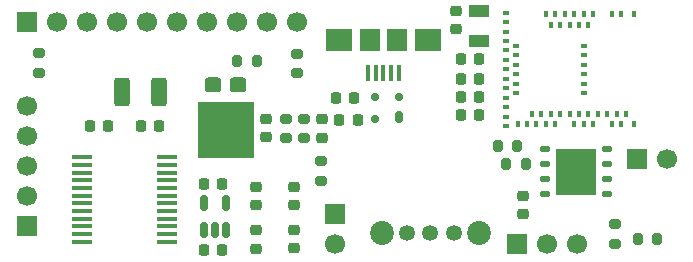
<source format=gts>
G04 #@! TF.GenerationSoftware,KiCad,Pcbnew,9.0.2*
G04 #@! TF.CreationDate,2025-06-19T13:18:12-04:00*
G04 #@! TF.ProjectId,farlock3,6661726c-6f63-46b3-932e-6b696361645f,v02*
G04 #@! TF.SameCoordinates,Original*
G04 #@! TF.FileFunction,Soldermask,Top*
G04 #@! TF.FilePolarity,Negative*
%FSLAX46Y46*%
G04 Gerber Fmt 4.6, Leading zero omitted, Abs format (unit mm)*
G04 Created by KiCad (PCBNEW 9.0.2) date 2025-06-19 13:18:12*
%MOMM*%
%LPD*%
G01*
G04 APERTURE LIST*
G04 Aperture macros list*
%AMRoundRect*
0 Rectangle with rounded corners*
0 $1 Rounding radius*
0 $2 $3 $4 $5 $6 $7 $8 $9 X,Y pos of 4 corners*
0 Add a 4 corners polygon primitive as box body*
4,1,4,$2,$3,$4,$5,$6,$7,$8,$9,$2,$3,0*
0 Add four circle primitives for the rounded corners*
1,1,$1+$1,$2,$3*
1,1,$1+$1,$4,$5*
1,1,$1+$1,$6,$7*
1,1,$1+$1,$8,$9*
0 Add four rect primitives between the rounded corners*
20,1,$1+$1,$2,$3,$4,$5,0*
20,1,$1+$1,$4,$5,$6,$7,0*
20,1,$1+$1,$6,$7,$8,$9,0*
20,1,$1+$1,$8,$9,$2,$3,0*%
G04 Aperture macros list end*
%ADD10C,1.700000*%
%ADD11R,1.700000X1.700000*%
%ADD12R,2.300000X1.900000*%
%ADD13R,1.800000X1.900000*%
%ADD14R,0.400000X1.400000*%
%ADD15R,0.400000X0.600000*%
%ADD16R,0.600000X0.400000*%
%ADD17RoundRect,0.317500X-0.382500X-0.317500X0.382500X-0.317500X0.382500X0.317500X-0.382500X0.317500X0*%
%ADD18R,4.800000X4.720000*%
%ADD19RoundRect,0.225000X-0.225000X-0.250000X0.225000X-0.250000X0.225000X0.250000X-0.225000X0.250000X0*%
%ADD20C,1.350000*%
%ADD21C,2.025000*%
%ADD22RoundRect,0.218750X0.256250X-0.218750X0.256250X0.218750X-0.256250X0.218750X-0.256250X-0.218750X0*%
%ADD23RoundRect,0.200000X0.275000X-0.200000X0.275000X0.200000X-0.275000X0.200000X-0.275000X-0.200000X0*%
%ADD24R,3.400000X4.000000*%
%ADD25RoundRect,0.125000X0.262500X0.125000X-0.262500X0.125000X-0.262500X-0.125000X0.262500X-0.125000X0*%
%ADD26RoundRect,0.150000X0.150000X-0.512500X0.150000X0.512500X-0.150000X0.512500X-0.150000X-0.512500X0*%
%ADD27RoundRect,0.225000X0.225000X0.250000X-0.225000X0.250000X-0.225000X-0.250000X0.225000X-0.250000X0*%
%ADD28R,1.800000X1.000000*%
%ADD29RoundRect,0.200000X-0.200000X-0.275000X0.200000X-0.275000X0.200000X0.275000X-0.200000X0.275000X0*%
%ADD30RoundRect,0.200000X-0.275000X0.200000X-0.275000X-0.200000X0.275000X-0.200000X0.275000X0.200000X0*%
%ADD31RoundRect,0.250000X0.420000X0.945000X-0.420000X0.945000X-0.420000X-0.945000X0.420000X-0.945000X0*%
%ADD32R,1.750000X0.450000*%
%ADD33RoundRect,0.225000X-0.250000X0.225000X-0.250000X-0.225000X0.250000X-0.225000X0.250000X0.225000X0*%
%ADD34RoundRect,0.200000X0.200000X0.275000X-0.200000X0.275000X-0.200000X-0.275000X0.200000X-0.275000X0*%
%ADD35RoundRect,0.225000X0.250000X-0.225000X0.250000X0.225000X-0.250000X0.225000X-0.250000X-0.225000X0*%
%ADD36RoundRect,0.150000X0.200000X0.150000X-0.200000X0.150000X-0.200000X-0.150000X0.200000X-0.150000X0*%
%ADD37RoundRect,0.175000X0.175000X0.325000X-0.175000X0.325000X-0.175000X-0.325000X0.175000X-0.325000X0*%
G04 APERTURE END LIST*
D10*
X151190000Y-76860000D03*
X148650000Y-76860000D03*
X146110000Y-76860000D03*
X143570000Y-76860000D03*
X141030000Y-76860000D03*
X138490000Y-76860000D03*
X135950000Y-76860000D03*
X133410000Y-76860000D03*
X130870000Y-76860000D03*
D11*
X128330000Y-76860000D03*
D12*
X154800000Y-78350000D03*
D13*
X157400000Y-78350000D03*
X159700000Y-78350000D03*
D12*
X162300000Y-78350000D03*
D14*
X157250000Y-81200000D03*
X157900000Y-81200000D03*
X158550000Y-81200000D03*
X159200000Y-81200000D03*
X159850000Y-81200000D03*
D15*
X179800000Y-76200000D03*
X178700000Y-76200000D03*
X177900000Y-76200000D03*
X176300000Y-76200000D03*
X175900000Y-77100000D03*
X175500000Y-76200000D03*
X175100000Y-77100000D03*
X174700000Y-76200000D03*
X174300000Y-77100000D03*
X173900000Y-76200000D03*
X173500000Y-77100000D03*
X173100000Y-76200000D03*
X172700000Y-77100000D03*
X172300000Y-76200000D03*
D16*
X168900000Y-76050000D03*
X168900000Y-76850000D03*
X168900000Y-77650000D03*
X168900000Y-78450000D03*
X169800000Y-78850000D03*
X168900000Y-79250000D03*
X169800000Y-79650000D03*
X168900000Y-80050000D03*
X169800000Y-80450000D03*
X168900000Y-80850000D03*
X169800000Y-81250000D03*
X168900000Y-81650000D03*
X169800000Y-82050000D03*
X168900000Y-82450000D03*
X169800000Y-82850000D03*
X168900000Y-83250000D03*
X168900000Y-84050000D03*
X168900000Y-84850000D03*
X168900000Y-85650000D03*
D15*
X169900000Y-85500000D03*
X170700000Y-85500000D03*
X171100000Y-84600000D03*
X171500000Y-85500000D03*
X171900000Y-84600000D03*
X172300000Y-85500000D03*
X172700000Y-84600000D03*
X173100000Y-85500000D03*
X173500000Y-84600000D03*
X174300000Y-84600000D03*
X174700000Y-85500000D03*
X175100000Y-84600000D03*
X175500000Y-85500000D03*
X175900000Y-84600000D03*
X176300000Y-85500000D03*
X176700000Y-84600000D03*
X177500000Y-84600000D03*
X177900000Y-85500000D03*
X178300000Y-84600000D03*
X178700000Y-85500000D03*
X179100000Y-84600000D03*
X179800000Y-85500000D03*
D16*
X175500000Y-78850000D03*
X175500000Y-79650000D03*
X175500000Y-80450000D03*
X175500000Y-81250000D03*
X175500000Y-82050000D03*
X175500000Y-82850000D03*
D17*
X144135000Y-82160000D03*
X146215000Y-82160000D03*
D18*
X145175000Y-85965000D03*
D19*
X143345000Y-96155000D03*
X144895000Y-96155000D03*
D20*
X164503000Y-94700000D03*
X162503000Y-94700000D03*
X160503000Y-94700000D03*
D21*
X166600000Y-94700000D03*
X158400000Y-94700000D03*
D22*
X148640000Y-86600000D03*
X148640000Y-85025000D03*
D23*
X151815000Y-86675000D03*
X151815000Y-85025000D03*
D22*
X153339000Y-86637500D03*
X153339000Y-85062500D03*
D23*
X150291000Y-86663000D03*
X150291000Y-85013000D03*
D11*
X169880000Y-95620000D03*
D10*
X172420000Y-95620000D03*
X174960000Y-95620000D03*
D24*
X174850000Y-89500000D03*
D25*
X172187500Y-91405000D03*
X172187500Y-90135000D03*
X172187500Y-88865000D03*
X172187500Y-87595000D03*
X177512500Y-87595000D03*
X177512500Y-88865000D03*
X177512500Y-90135000D03*
X177512500Y-91405000D03*
D26*
X143350000Y-94450000D03*
X144300000Y-94450000D03*
X145250000Y-94450000D03*
X145250000Y-92175000D03*
X143350000Y-92175000D03*
D19*
X143345000Y-90524000D03*
X144895000Y-90524000D03*
D11*
X154425000Y-93075000D03*
D10*
X154425000Y-95615000D03*
D27*
X166663000Y-83226000D03*
X165113000Y-83226000D03*
X166664000Y-84709000D03*
X165114000Y-84709000D03*
X166625000Y-80000000D03*
X165075000Y-80000000D03*
X166650000Y-81702000D03*
X165100000Y-81702000D03*
D28*
X166630000Y-75950000D03*
X166630000Y-78450000D03*
D29*
X181725000Y-95200000D03*
X180075000Y-95200000D03*
D23*
X178150000Y-95625000D03*
X178150000Y-93975000D03*
D30*
X129350000Y-79500000D03*
X129350000Y-81150000D03*
D10*
X182540000Y-88400000D03*
D11*
X180000000Y-88400000D03*
D27*
X135250000Y-85675000D03*
X133700000Y-85675000D03*
D31*
X139515000Y-82800000D03*
X136435000Y-82800000D03*
D32*
X133000000Y-88300000D03*
X133000000Y-88950000D03*
X133000000Y-89600000D03*
X133000000Y-90250000D03*
X133000000Y-90900000D03*
X133000000Y-91550000D03*
X133000000Y-92200000D03*
X133000000Y-92850000D03*
X133000000Y-93500000D03*
X133000000Y-94150000D03*
X133000000Y-94800000D03*
X133000000Y-95450000D03*
X140200000Y-95450000D03*
X140200000Y-94800000D03*
X140200000Y-94150000D03*
X140200000Y-93500000D03*
X140200000Y-92850000D03*
X140200000Y-92200000D03*
X140200000Y-91550000D03*
X140200000Y-90900000D03*
X140200000Y-90250000D03*
X140200000Y-89600000D03*
X140200000Y-88950000D03*
X140200000Y-88300000D03*
D33*
X170380000Y-93135000D03*
X170380000Y-91585000D03*
D34*
X170575000Y-88850000D03*
X168925000Y-88850000D03*
X168245000Y-87340000D03*
X169895000Y-87340000D03*
D23*
X151200000Y-81200000D03*
X151200000Y-79550000D03*
D35*
X147725000Y-96025000D03*
X147725000Y-94475000D03*
D23*
X153300000Y-90300000D03*
X153300000Y-88650000D03*
D33*
X147725000Y-92350000D03*
X147725000Y-90800000D03*
D34*
X147800000Y-80125000D03*
X146150000Y-80125000D03*
D27*
X156040000Y-83260000D03*
X154490000Y-83260000D03*
D33*
X150950000Y-92350000D03*
X150950000Y-90800000D03*
D36*
X157870000Y-85050000D03*
X157870000Y-83150000D03*
X159870000Y-83150000D03*
D37*
X159870000Y-84850000D03*
D35*
X150950000Y-96000000D03*
X150950000Y-94450000D03*
D33*
X164700000Y-75925000D03*
X164700000Y-77475000D03*
D27*
X154805000Y-85130000D03*
X156355000Y-85130000D03*
X139550000Y-85650000D03*
X138000000Y-85650000D03*
D11*
X128350000Y-94110000D03*
D10*
X128350000Y-91570000D03*
X128350000Y-89030000D03*
X128350000Y-86490000D03*
X128350000Y-83950000D03*
M02*

</source>
